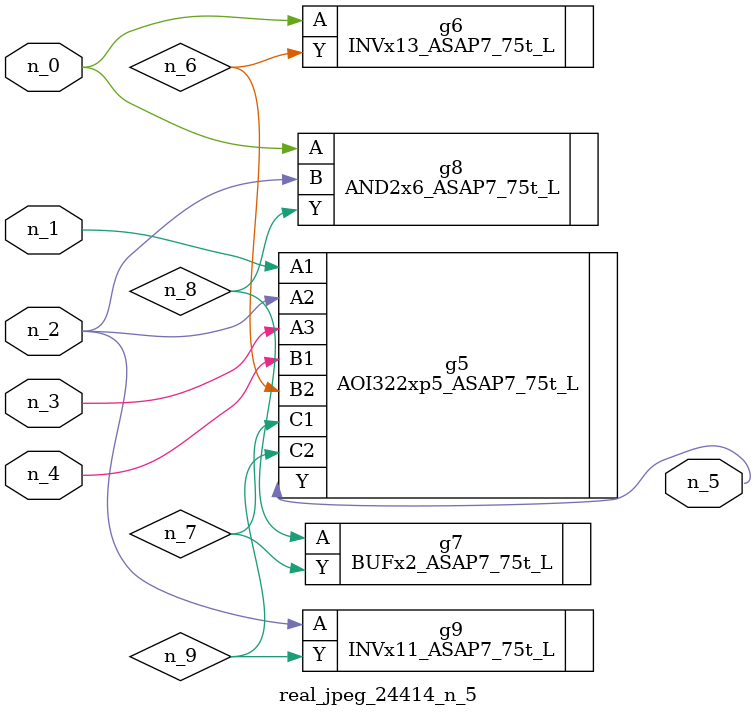
<source format=v>
module real_jpeg_24414_n_5 (n_4, n_0, n_1, n_2, n_3, n_5);

input n_4;
input n_0;
input n_1;
input n_2;
input n_3;

output n_5;

wire n_8;
wire n_6;
wire n_7;
wire n_9;

INVx13_ASAP7_75t_L g6 ( 
.A(n_0),
.Y(n_6)
);

AND2x6_ASAP7_75t_L g8 ( 
.A(n_0),
.B(n_2),
.Y(n_8)
);

AOI322xp5_ASAP7_75t_L g5 ( 
.A1(n_1),
.A2(n_2),
.A3(n_3),
.B1(n_4),
.B2(n_6),
.C1(n_7),
.C2(n_9),
.Y(n_5)
);

INVx11_ASAP7_75t_L g9 ( 
.A(n_2),
.Y(n_9)
);

BUFx2_ASAP7_75t_L g7 ( 
.A(n_8),
.Y(n_7)
);


endmodule
</source>
